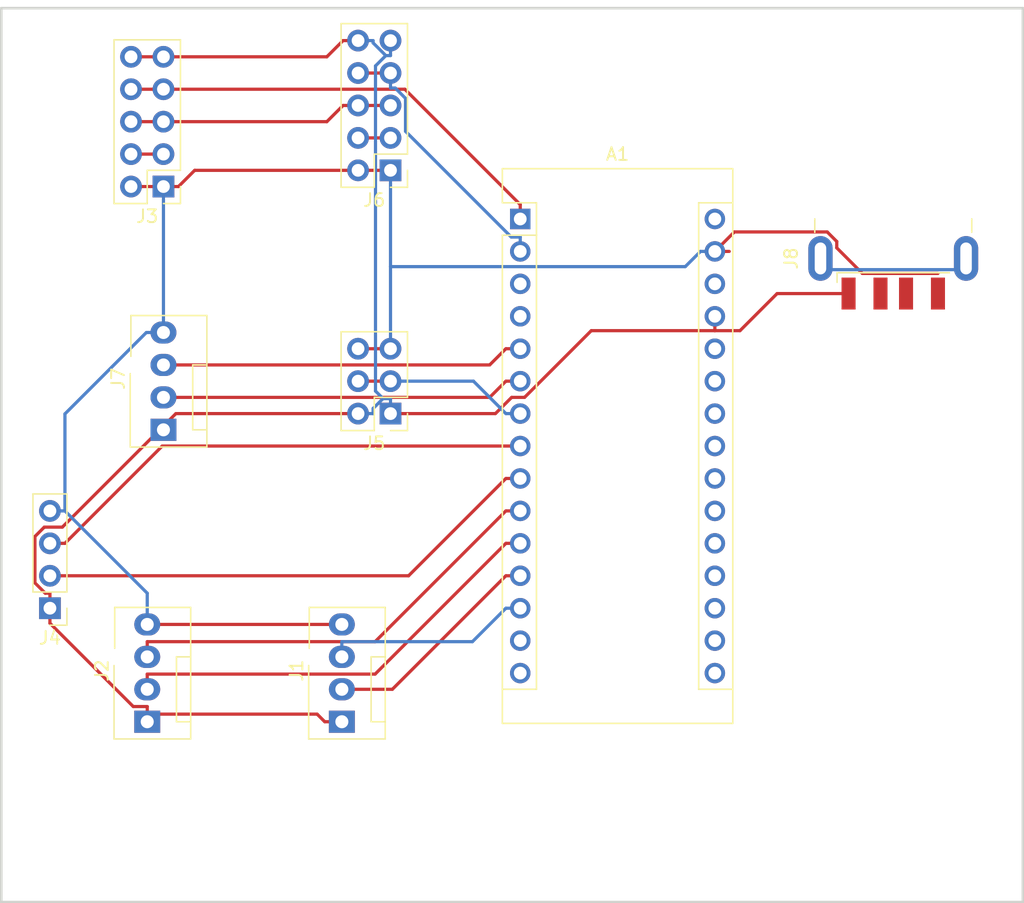
<source format=kicad_pcb>
(kicad_pcb (version 20171130) (host pcbnew "(5.1.8)-1")

  (general
    (thickness 1.6)
    (drawings 4)
    (tracks 121)
    (zones 0)
    (modules 9)
    (nets 37)
  )

  (page A4)
  (layers
    (0 F.Cu signal)
    (31 B.Cu signal)
    (32 B.Adhes user)
    (33 F.Adhes user)
    (34 B.Paste user)
    (35 F.Paste user)
    (36 B.SilkS user)
    (37 F.SilkS user)
    (38 B.Mask user)
    (39 F.Mask user)
    (40 Dwgs.User user)
    (41 Cmts.User user)
    (42 Eco1.User user)
    (43 Eco2.User user)
    (44 Edge.Cuts user)
    (45 Margin user)
    (46 B.CrtYd user)
    (47 F.CrtYd user)
    (48 B.Fab user)
    (49 F.Fab user)
  )

  (setup
    (last_trace_width 0.25)
    (trace_clearance 0.2)
    (zone_clearance 0.508)
    (zone_45_only no)
    (trace_min 0.2)
    (via_size 0.8)
    (via_drill 0.4)
    (via_min_size 0.4)
    (via_min_drill 0.3)
    (uvia_size 0.3)
    (uvia_drill 0.1)
    (uvias_allowed no)
    (uvia_min_size 0.2)
    (uvia_min_drill 0.1)
    (edge_width 0.05)
    (segment_width 0.2)
    (pcb_text_width 0.3)
    (pcb_text_size 1.5 1.5)
    (mod_edge_width 0.12)
    (mod_text_size 1 1)
    (mod_text_width 0.15)
    (pad_size 1.524 1.524)
    (pad_drill 0.762)
    (pad_to_mask_clearance 0)
    (aux_axis_origin 0 0)
    (visible_elements 7FFFFFFF)
    (pcbplotparams
      (layerselection 0x010fc_ffffffff)
      (usegerberextensions false)
      (usegerberattributes true)
      (usegerberadvancedattributes true)
      (creategerberjobfile true)
      (excludeedgelayer true)
      (linewidth 0.100000)
      (plotframeref false)
      (viasonmask false)
      (mode 1)
      (useauxorigin false)
      (hpglpennumber 1)
      (hpglpenspeed 20)
      (hpglpendiameter 15.000000)
      (psnegative false)
      (psa4output false)
      (plotreference true)
      (plotvalue true)
      (plotinvisibletext false)
      (padsonsilk false)
      (subtractmaskfromsilk false)
      (outputformat 1)
      (mirror false)
      (drillshape 1)
      (scaleselection 1)
      (outputdirectory ""))
  )

  (net 0 "")
  (net 1 "Net-(A1-Pad16)")
  (net 2 "Net-(A1-Pad15)")
  (net 3 "Net-(A1-Pad30)")
  (net 4 "Net-(A1-Pad14)")
  (net 5 GND)
  (net 6 "Net-(A1-Pad13)")
  (net 7 "Net-(A1-Pad28)")
  (net 8 "Net-(A1-Pad12)")
  (net 9 VCC)
  (net 10 "Net-(A1-Pad11)")
  (net 11 "Net-(A1-Pad26)")
  (net 12 "Net-(A1-Pad10)")
  (net 13 "Net-(A1-Pad25)")
  (net 14 "Net-(A1-Pad9)")
  (net 15 "Net-(A1-Pad24)")
  (net 16 "Net-(A1-Pad8)")
  (net 17 "Net-(A1-Pad23)")
  (net 18 "Net-(A1-Pad7)")
  (net 19 "Net-(A1-Pad22)")
  (net 20 "Net-(A1-Pad6)")
  (net 21 "Net-(A1-Pad21)")
  (net 22 "Net-(A1-Pad5)")
  (net 23 "Net-(A1-Pad20)")
  (net 24 "Net-(A1-Pad4)")
  (net 25 "Net-(A1-Pad19)")
  (net 26 "Net-(A1-Pad3)")
  (net 27 "Net-(A1-Pad18)")
  (net 28 "Net-(A1-Pad2)")
  (net 29 "Net-(A1-Pad17)")
  (net 30 "Net-(A1-Pad1)")
  (net 31 "Net-(J3-Pad5)")
  (net 32 "Net-(J3-Pad3)")
  (net 33 "Net-(J6-Pad3)")
  (net 34 "Net-(J8-Pad5)")
  (net 35 "Net-(J8-Pad3)")
  (net 36 "Net-(J8-Pad2)")

  (net_class Default "This is the default net class."
    (clearance 0.2)
    (trace_width 0.25)
    (via_dia 0.8)
    (via_drill 0.4)
    (uvia_dia 0.3)
    (uvia_drill 0.1)
    (add_net GND)
    (add_net "Net-(A1-Pad1)")
    (add_net "Net-(A1-Pad10)")
    (add_net "Net-(A1-Pad11)")
    (add_net "Net-(A1-Pad12)")
    (add_net "Net-(A1-Pad13)")
    (add_net "Net-(A1-Pad14)")
    (add_net "Net-(A1-Pad15)")
    (add_net "Net-(A1-Pad16)")
    (add_net "Net-(A1-Pad17)")
    (add_net "Net-(A1-Pad18)")
    (add_net "Net-(A1-Pad19)")
    (add_net "Net-(A1-Pad2)")
    (add_net "Net-(A1-Pad20)")
    (add_net "Net-(A1-Pad21)")
    (add_net "Net-(A1-Pad22)")
    (add_net "Net-(A1-Pad23)")
    (add_net "Net-(A1-Pad24)")
    (add_net "Net-(A1-Pad25)")
    (add_net "Net-(A1-Pad26)")
    (add_net "Net-(A1-Pad28)")
    (add_net "Net-(A1-Pad3)")
    (add_net "Net-(A1-Pad30)")
    (add_net "Net-(A1-Pad4)")
    (add_net "Net-(A1-Pad5)")
    (add_net "Net-(A1-Pad6)")
    (add_net "Net-(A1-Pad7)")
    (add_net "Net-(A1-Pad8)")
    (add_net "Net-(A1-Pad9)")
    (add_net "Net-(J3-Pad3)")
    (add_net "Net-(J3-Pad5)")
    (add_net "Net-(J6-Pad3)")
    (add_net "Net-(J8-Pad2)")
    (add_net "Net-(J8-Pad3)")
    (add_net "Net-(J8-Pad5)")
    (add_net VCC)
  )

  (module Connector_USB:USB_A_CNCTech_1001-011-01101_Horizontal (layer F.Cu) (tedit 5E754393) (tstamp 5FC1803B)
    (at 193.04 101.6 90)
    (descr "USB type A Plug, Horizontal, http://cnctech.us/pdfs/1001-011-01101.pdf")
    (tags USB-A)
    (path /5F89D42E)
    (attr smd)
    (fp_text reference J8 (at -6.9 -8 90) (layer F.SilkS)
      (effects (font (size 1 1) (thickness 0.15)))
    )
    (fp_text value USB_B (at 0 8 270) (layer F.Fab)
      (effects (font (size 1 1) (thickness 0.15)))
    )
    (fp_line (start -7.25 -4) (end -7.25 -3.05) (layer F.Fab) (width 0.1))
    (fp_line (start -7.75 -3.5) (end -7.25 -4) (layer F.Fab) (width 0.1))
    (fp_line (start -7.75 -3.5) (end -7.25 -3) (layer F.Fab) (width 0.1))
    (fp_line (start -8.02 -4.4) (end -8.775 -4.4) (layer F.SilkS) (width 0.12))
    (fp_line (start -11.4 4.55) (end -9.15 4.55) (layer F.CrtYd) (width 0.05))
    (fp_line (start -9.15 4.55) (end -9.15 7.15) (layer F.CrtYd) (width 0.05))
    (fp_line (start -9.15 7.15) (end -4.65 7.15) (layer F.CrtYd) (width 0.05))
    (fp_line (start -4.65 7.15) (end -4.65 6.52) (layer F.CrtYd) (width 0.05))
    (fp_line (start -4.65 6.52) (end 11.4 6.52) (layer F.CrtYd) (width 0.05))
    (fp_line (start 11.4 6.52) (end 11.4 -6.52) (layer F.CrtYd) (width 0.05))
    (fp_line (start -4.65 -6.52) (end 11.4 -6.52) (layer F.CrtYd) (width 0.05))
    (fp_line (start -4.65 -6.52) (end -4.65 -7.15) (layer F.CrtYd) (width 0.05))
    (fp_line (start -9.15 -7.15) (end -4.65 -7.15) (layer F.CrtYd) (width 0.05))
    (fp_line (start -9.15 -7.15) (end -9.15 -4.55) (layer F.CrtYd) (width 0.05))
    (fp_line (start -11.4 -4.55) (end -9.15 -4.55) (layer F.CrtYd) (width 0.05))
    (fp_line (start -11.4 4.55) (end -11.4 -4.55) (layer F.CrtYd) (width 0.05))
    (fp_line (start -4.85 6.145) (end -3.8 6.145) (layer F.SilkS) (width 0.12))
    (fp_line (start -4.85 -6.145) (end -3.8 -6.145) (layer F.SilkS) (width 0.12))
    (fp_line (start -3.8 6.025) (end -3.8 -6.025) (layer Dwgs.User) (width 0.1))
    (fp_line (start -8.02 -4.4) (end -8.02 4.4) (layer F.SilkS) (width 0.12))
    (fp_circle (center -6.9 2.3) (end -6.9 2.8) (layer F.Fab) (width 0.1))
    (fp_circle (center -6.9 -2.3) (end -6.9 -2.8) (layer F.Fab) (width 0.1))
    (fp_line (start -10.4 -3.25) (end -7.9 -3.25) (layer F.Fab) (width 0.1))
    (fp_line (start -10.4 -3.25) (end -10.4 -3.75) (layer F.Fab) (width 0.1))
    (fp_line (start -10.4 -3.75) (end -7.9 -3.75) (layer F.Fab) (width 0.1))
    (fp_line (start -10.4 -1.25) (end -7.9 -1.25) (layer F.Fab) (width 0.1))
    (fp_line (start -10.4 -0.75) (end -7.9 -0.75) (layer F.Fab) (width 0.1))
    (fp_line (start -10.4 -0.75) (end -10.4 -1.25) (layer F.Fab) (width 0.1))
    (fp_line (start -10.4 1.25) (end -7.9 1.25) (layer F.Fab) (width 0.1))
    (fp_line (start -10.4 1.25) (end -10.4 0.75) (layer F.Fab) (width 0.1))
    (fp_line (start -10.4 0.75) (end -7.9 0.75) (layer F.Fab) (width 0.1))
    (fp_line (start -10.4 3.75) (end -7.9 3.75) (layer F.Fab) (width 0.1))
    (fp_line (start -10.4 3.25) (end -7.9 3.25) (layer F.Fab) (width 0.1))
    (fp_line (start -10.4 3.75) (end -10.4 3.25) (layer F.Fab) (width 0.1))
    (fp_line (start 10.9 6.025) (end 10.9 -6.025) (layer F.Fab) (width 0.1))
    (fp_line (start -7.9 6.025) (end 10.9 6.025) (layer F.Fab) (width 0.1))
    (fp_line (start -7.9 -6.025) (end 10.9 -6.025) (layer F.Fab) (width 0.1))
    (fp_line (start -7.9 6.025) (end -7.9 -6.025) (layer F.Fab) (width 0.1))
    (fp_text user %R (at -6 0) (layer F.Fab)
      (effects (font (size 1 1) (thickness 0.15)))
    )
    (fp_text user "PCB Edge" (at -4.55 -0.05) (layer Dwgs.User)
      (effects (font (size 0.6 0.6) (thickness 0.09)))
    )
    (pad "" np_thru_hole circle (at -6.9 2.3 90) (size 1.1 1.1) (drill 1.1) (layers *.Cu *.Mask))
    (pad "" np_thru_hole circle (at -6.9 -2.3 90) (size 1.1 1.1) (drill 1.1) (layers *.Cu *.Mask))
    (pad 5 thru_hole oval (at -6.9 5.7 90) (size 3.5 1.9) (drill oval 2.5 0.9) (layers *.Cu *.Mask)
      (net 34 "Net-(J8-Pad5)"))
    (pad 5 thru_hole oval (at -6.9 -5.7 90) (size 3.5 1.9) (drill oval 2.5 0.9) (layers *.Cu *.Mask)
      (net 34 "Net-(J8-Pad5)"))
    (pad 4 smd rect (at -9.65 3.5 90) (size 2.5 1.1) (layers F.Cu F.Paste F.Mask)
      (net 5 GND))
    (pad 1 smd rect (at -9.65 -3.5 90) (size 2.5 1.1) (layers F.Cu F.Paste F.Mask)
      (net 9 VCC))
    (pad 3 smd rect (at -9.65 1 90) (size 2.5 1.1) (layers F.Cu F.Paste F.Mask)
      (net 35 "Net-(J8-Pad3)"))
    (pad 2 smd rect (at -9.65 -1 90) (size 2.5 1.1) (layers F.Cu F.Paste F.Mask)
      (net 36 "Net-(J8-Pad2)"))
    (model ${KISYS3DMOD}/Connector_USB.3dshapes/USB_A_CNCTech_1001-011-01101_Horizontal.wrl
      (at (xyz 0 0 0))
      (scale (xyz 1 1 1))
      (rotate (xyz 0 0 0))
    )
  )

  (module Connector:FanPinHeader_1x04_P2.54mm_Vertical (layer F.Cu) (tedit 5A19DE55) (tstamp 5FC18007)
    (at 135.89 121.92 90)
    (descr "4-pin CPU fan Through hole pin header, e.g. for Wieson part number 2366C888-007 Molex 47053-1000, Foxconn HF27040-M1, Tyco 1470947-1 or equivalent, see http://www.formfactors.org/developer%5Cspecs%5Crev1_2_public.pdf")
    (tags "pin header 4-pin CPU fan")
    (path /5F8A4E81)
    (fp_text reference J7 (at 4 -3.55 90) (layer F.SilkS)
      (effects (font (size 1 1) (thickness 0.15)))
    )
    (fp_text value U1 (at 4.05 4.35 90) (layer F.Fab)
      (effects (font (size 1 1) (thickness 0.15)))
    )
    (fp_line (start 9.35 -3.2) (end 9.35 3.8) (layer F.CrtYd) (width 0.05))
    (fp_line (start 9.35 -3.2) (end -1.75 -3.2) (layer F.CrtYd) (width 0.05))
    (fp_line (start -1.75 3.8) (end 9.35 3.8) (layer F.CrtYd) (width 0.05))
    (fp_line (start -1.75 3.8) (end -1.75 -3.2) (layer F.CrtYd) (width 0.05))
    (fp_line (start 5.08 2.29) (end 5.08 3.3) (layer F.SilkS) (width 0.12))
    (fp_line (start 0 2.29) (end 5.08 2.29) (layer F.SilkS) (width 0.12))
    (fp_line (start 0 3.3) (end 0 2.29) (layer F.SilkS) (width 0.12))
    (fp_line (start -1.25 -2.5) (end 4.4 -2.5) (layer F.Fab) (width 0.1))
    (fp_line (start -1.25 3.3) (end -1.25 -2.5) (layer F.Fab) (width 0.1))
    (fp_line (start -1.2 3.3) (end -1.25 3.3) (layer F.Fab) (width 0.1))
    (fp_line (start 8.85 3.3) (end -1.2 3.3) (layer F.Fab) (width 0.1))
    (fp_line (start 8.85 -2.5) (end 8.85 3.3) (layer F.Fab) (width 0.1))
    (fp_line (start 5.75 -2.5) (end 8.85 -2.5) (layer F.Fab) (width 0.1))
    (fp_line (start 0 2.3) (end 0 3.3) (layer F.Fab) (width 0.1))
    (fp_line (start 5.1 2.3) (end 0 2.3) (layer F.Fab) (width 0.1))
    (fp_line (start 5.1 3.3) (end 5.1 2.3) (layer F.Fab) (width 0.1))
    (fp_line (start -1.35 3.4) (end -1.35 -2.6) (layer F.SilkS) (width 0.12))
    (fp_line (start 8.95 3.4) (end -1.35 3.4) (layer F.SilkS) (width 0.12))
    (fp_line (start 8.95 -2.55) (end 8.95 3.4) (layer F.SilkS) (width 0.12))
    (fp_line (start 5.75 -2.55) (end 8.95 -2.55) (layer F.SilkS) (width 0.12))
    (fp_line (start -1.35 -2.6) (end 4.4 -2.6) (layer F.SilkS) (width 0.12))
    (fp_text user %R (at 1.85 -1.75 90) (layer F.Fab)
      (effects (font (size 1 1) (thickness 0.15)))
    )
    (pad "" np_thru_hole circle (at 5.08 -2.16 180) (size 1.1 1.1) (drill 1.1) (layers *.Cu *.Mask))
    (pad 4 thru_hole oval (at 7.62 0 180) (size 2.03 1.73) (drill 1.02) (layers *.Cu *.Mask)
      (net 5 GND))
    (pad 3 thru_hole oval (at 5.08 0 180) (size 2.03 1.73) (drill 1.02) (layers *.Cu *.Mask)
      (net 22 "Net-(A1-Pad5)"))
    (pad 2 thru_hole oval (at 2.54 0 180) (size 2.03 1.73) (drill 1.02) (layers *.Cu *.Mask)
      (net 20 "Net-(A1-Pad6)"))
    (pad 1 thru_hole rect (at 0 0 180) (size 2.03 1.73) (drill 1.02) (layers *.Cu *.Mask)
      (net 9 VCC))
    (model ${KISYS3DMOD}/Connector.3dshapes/FanPinHeader_1x04_P2.54mm_Vertical.wrl
      (at (xyz 0 0 0))
      (scale (xyz 1 1 1))
      (rotate (xyz 0 0 0))
    )
  )

  (module Connector_PinHeader_2.54mm:PinHeader_2x05_P2.54mm_Vertical (layer F.Cu) (tedit 59FED5CC) (tstamp 5FC17FE8)
    (at 153.67 101.6 180)
    (descr "Through hole straight pin header, 2x05, 2.54mm pitch, double rows")
    (tags "Through hole pin header THT 2x05 2.54mm double row")
    (path /5F89B987)
    (fp_text reference J6 (at 1.27 -2.33) (layer F.SilkS)
      (effects (font (size 1 1) (thickness 0.15)))
    )
    (fp_text value Conn_02x05_Odd_Even (at 1.27 12.49) (layer F.Fab)
      (effects (font (size 1 1) (thickness 0.15)))
    )
    (fp_line (start 4.35 -1.8) (end -1.8 -1.8) (layer F.CrtYd) (width 0.05))
    (fp_line (start 4.35 11.95) (end 4.35 -1.8) (layer F.CrtYd) (width 0.05))
    (fp_line (start -1.8 11.95) (end 4.35 11.95) (layer F.CrtYd) (width 0.05))
    (fp_line (start -1.8 -1.8) (end -1.8 11.95) (layer F.CrtYd) (width 0.05))
    (fp_line (start -1.33 -1.33) (end 0 -1.33) (layer F.SilkS) (width 0.12))
    (fp_line (start -1.33 0) (end -1.33 -1.33) (layer F.SilkS) (width 0.12))
    (fp_line (start 1.27 -1.33) (end 3.87 -1.33) (layer F.SilkS) (width 0.12))
    (fp_line (start 1.27 1.27) (end 1.27 -1.33) (layer F.SilkS) (width 0.12))
    (fp_line (start -1.33 1.27) (end 1.27 1.27) (layer F.SilkS) (width 0.12))
    (fp_line (start 3.87 -1.33) (end 3.87 11.49) (layer F.SilkS) (width 0.12))
    (fp_line (start -1.33 1.27) (end -1.33 11.49) (layer F.SilkS) (width 0.12))
    (fp_line (start -1.33 11.49) (end 3.87 11.49) (layer F.SilkS) (width 0.12))
    (fp_line (start -1.27 0) (end 0 -1.27) (layer F.Fab) (width 0.1))
    (fp_line (start -1.27 11.43) (end -1.27 0) (layer F.Fab) (width 0.1))
    (fp_line (start 3.81 11.43) (end -1.27 11.43) (layer F.Fab) (width 0.1))
    (fp_line (start 3.81 -1.27) (end 3.81 11.43) (layer F.Fab) (width 0.1))
    (fp_line (start 0 -1.27) (end 3.81 -1.27) (layer F.Fab) (width 0.1))
    (fp_text user %R (at 1.27 5.08 90) (layer F.Fab)
      (effects (font (size 1 1) (thickness 0.15)))
    )
    (pad 10 thru_hole oval (at 2.54 10.16 180) (size 1.7 1.7) (drill 1) (layers *.Cu *.Mask)
      (net 9 VCC))
    (pad 9 thru_hole oval (at 0 10.16 180) (size 1.7 1.7) (drill 1) (layers *.Cu *.Mask)
      (net 9 VCC))
    (pad 8 thru_hole oval (at 2.54 7.62 180) (size 1.7 1.7) (drill 1) (layers *.Cu *.Mask)
      (net 28 "Net-(A1-Pad2)"))
    (pad 7 thru_hole oval (at 0 7.62 180) (size 1.7 1.7) (drill 1) (layers *.Cu *.Mask)
      (net 28 "Net-(A1-Pad2)"))
    (pad 6 thru_hole oval (at 2.54 5.08 180) (size 1.7 1.7) (drill 1) (layers *.Cu *.Mask)
      (net 31 "Net-(J3-Pad5)"))
    (pad 5 thru_hole oval (at 0 5.08 180) (size 1.7 1.7) (drill 1) (layers *.Cu *.Mask)
      (net 31 "Net-(J3-Pad5)"))
    (pad 4 thru_hole oval (at 2.54 2.54 180) (size 1.7 1.7) (drill 1) (layers *.Cu *.Mask)
      (net 33 "Net-(J6-Pad3)"))
    (pad 3 thru_hole oval (at 0 2.54 180) (size 1.7 1.7) (drill 1) (layers *.Cu *.Mask)
      (net 33 "Net-(J6-Pad3)"))
    (pad 2 thru_hole oval (at 2.54 0 180) (size 1.7 1.7) (drill 1) (layers *.Cu *.Mask)
      (net 5 GND))
    (pad 1 thru_hole rect (at 0 0 180) (size 1.7 1.7) (drill 1) (layers *.Cu *.Mask)
      (net 5 GND))
    (model ${KISYS3DMOD}/Connector_PinHeader_2.54mm.3dshapes/PinHeader_2x05_P2.54mm_Vertical.wrl
      (at (xyz 0 0 0))
      (scale (xyz 1 1 1))
      (rotate (xyz 0 0 0))
    )
  )

  (module Connector_PinHeader_2.54mm:PinHeader_2x03_P2.54mm_Vertical (layer F.Cu) (tedit 59FED5CC) (tstamp 5FC17FC8)
    (at 153.67 120.65 180)
    (descr "Through hole straight pin header, 2x03, 2.54mm pitch, double rows")
    (tags "Through hole pin header THT 2x03 2.54mm double row")
    (path /5F8A6E1C)
    (fp_text reference J5 (at 1.27 -2.33) (layer F.SilkS)
      (effects (font (size 1 1) (thickness 0.15)))
    )
    (fp_text value Conn_02x03_Odd_Even (at 1.27 7.41) (layer F.Fab)
      (effects (font (size 1 1) (thickness 0.15)))
    )
    (fp_line (start 4.35 -1.8) (end -1.8 -1.8) (layer F.CrtYd) (width 0.05))
    (fp_line (start 4.35 6.85) (end 4.35 -1.8) (layer F.CrtYd) (width 0.05))
    (fp_line (start -1.8 6.85) (end 4.35 6.85) (layer F.CrtYd) (width 0.05))
    (fp_line (start -1.8 -1.8) (end -1.8 6.85) (layer F.CrtYd) (width 0.05))
    (fp_line (start -1.33 -1.33) (end 0 -1.33) (layer F.SilkS) (width 0.12))
    (fp_line (start -1.33 0) (end -1.33 -1.33) (layer F.SilkS) (width 0.12))
    (fp_line (start 1.27 -1.33) (end 3.87 -1.33) (layer F.SilkS) (width 0.12))
    (fp_line (start 1.27 1.27) (end 1.27 -1.33) (layer F.SilkS) (width 0.12))
    (fp_line (start -1.33 1.27) (end 1.27 1.27) (layer F.SilkS) (width 0.12))
    (fp_line (start 3.87 -1.33) (end 3.87 6.41) (layer F.SilkS) (width 0.12))
    (fp_line (start -1.33 1.27) (end -1.33 6.41) (layer F.SilkS) (width 0.12))
    (fp_line (start -1.33 6.41) (end 3.87 6.41) (layer F.SilkS) (width 0.12))
    (fp_line (start -1.27 0) (end 0 -1.27) (layer F.Fab) (width 0.1))
    (fp_line (start -1.27 6.35) (end -1.27 0) (layer F.Fab) (width 0.1))
    (fp_line (start 3.81 6.35) (end -1.27 6.35) (layer F.Fab) (width 0.1))
    (fp_line (start 3.81 -1.27) (end 3.81 6.35) (layer F.Fab) (width 0.1))
    (fp_line (start 0 -1.27) (end 3.81 -1.27) (layer F.Fab) (width 0.1))
    (fp_text user %R (at 1.27 2.54 90) (layer F.Fab)
      (effects (font (size 1 1) (thickness 0.15)))
    )
    (pad 6 thru_hole oval (at 2.54 5.08 180) (size 1.7 1.7) (drill 1) (layers *.Cu *.Mask)
      (net 5 GND))
    (pad 5 thru_hole oval (at 0 5.08 180) (size 1.7 1.7) (drill 1) (layers *.Cu *.Mask)
      (net 5 GND))
    (pad 4 thru_hole oval (at 2.54 2.54 180) (size 1.7 1.7) (drill 1) (layers *.Cu *.Mask)
      (net 18 "Net-(A1-Pad7)"))
    (pad 3 thru_hole oval (at 0 2.54 180) (size 1.7 1.7) (drill 1) (layers *.Cu *.Mask)
      (net 18 "Net-(A1-Pad7)"))
    (pad 2 thru_hole oval (at 2.54 0 180) (size 1.7 1.7) (drill 1) (layers *.Cu *.Mask)
      (net 9 VCC))
    (pad 1 thru_hole rect (at 0 0 180) (size 1.7 1.7) (drill 1) (layers *.Cu *.Mask)
      (net 9 VCC))
    (model ${KISYS3DMOD}/Connector_PinHeader_2.54mm.3dshapes/PinHeader_2x03_P2.54mm_Vertical.wrl
      (at (xyz 0 0 0))
      (scale (xyz 1 1 1))
      (rotate (xyz 0 0 0))
    )
  )

  (module Connector_PinHeader_2.54mm:PinHeader_1x04_P2.54mm_Vertical (layer F.Cu) (tedit 59FED5CC) (tstamp 5FC17FAC)
    (at 127 135.89 180)
    (descr "Through hole straight pin header, 1x04, 2.54mm pitch, single row")
    (tags "Through hole pin header THT 1x04 2.54mm single row")
    (path /5F8A5392)
    (fp_text reference J4 (at 0 -2.33) (layer F.SilkS)
      (effects (font (size 1 1) (thickness 0.15)))
    )
    (fp_text value U2 (at 0 9.95) (layer F.Fab)
      (effects (font (size 1 1) (thickness 0.15)))
    )
    (fp_line (start 1.8 -1.8) (end -1.8 -1.8) (layer F.CrtYd) (width 0.05))
    (fp_line (start 1.8 9.4) (end 1.8 -1.8) (layer F.CrtYd) (width 0.05))
    (fp_line (start -1.8 9.4) (end 1.8 9.4) (layer F.CrtYd) (width 0.05))
    (fp_line (start -1.8 -1.8) (end -1.8 9.4) (layer F.CrtYd) (width 0.05))
    (fp_line (start -1.33 -1.33) (end 0 -1.33) (layer F.SilkS) (width 0.12))
    (fp_line (start -1.33 0) (end -1.33 -1.33) (layer F.SilkS) (width 0.12))
    (fp_line (start -1.33 1.27) (end 1.33 1.27) (layer F.SilkS) (width 0.12))
    (fp_line (start 1.33 1.27) (end 1.33 8.95) (layer F.SilkS) (width 0.12))
    (fp_line (start -1.33 1.27) (end -1.33 8.95) (layer F.SilkS) (width 0.12))
    (fp_line (start -1.33 8.95) (end 1.33 8.95) (layer F.SilkS) (width 0.12))
    (fp_line (start -1.27 -0.635) (end -0.635 -1.27) (layer F.Fab) (width 0.1))
    (fp_line (start -1.27 8.89) (end -1.27 -0.635) (layer F.Fab) (width 0.1))
    (fp_line (start 1.27 8.89) (end -1.27 8.89) (layer F.Fab) (width 0.1))
    (fp_line (start 1.27 -1.27) (end 1.27 8.89) (layer F.Fab) (width 0.1))
    (fp_line (start -0.635 -1.27) (end 1.27 -1.27) (layer F.Fab) (width 0.1))
    (fp_text user %R (at 0 3.81 90) (layer F.Fab)
      (effects (font (size 1 1) (thickness 0.15)))
    )
    (pad 4 thru_hole oval (at 0 7.62 180) (size 1.7 1.7) (drill 1) (layers *.Cu *.Mask)
      (net 5 GND))
    (pad 3 thru_hole oval (at 0 5.08 180) (size 1.7 1.7) (drill 1) (layers *.Cu *.Mask)
      (net 16 "Net-(A1-Pad8)"))
    (pad 2 thru_hole oval (at 0 2.54 180) (size 1.7 1.7) (drill 1) (layers *.Cu *.Mask)
      (net 14 "Net-(A1-Pad9)"))
    (pad 1 thru_hole rect (at 0 0 180) (size 1.7 1.7) (drill 1) (layers *.Cu *.Mask)
      (net 9 VCC))
    (model ${KISYS3DMOD}/Connector_PinHeader_2.54mm.3dshapes/PinHeader_1x04_P2.54mm_Vertical.wrl
      (at (xyz 0 0 0))
      (scale (xyz 1 1 1))
      (rotate (xyz 0 0 0))
    )
  )

  (module Connector_PinHeader_2.54mm:PinHeader_2x05_P2.54mm_Vertical (layer F.Cu) (tedit 59FED5CC) (tstamp 5FC17F94)
    (at 135.89 102.87 180)
    (descr "Through hole straight pin header, 2x05, 2.54mm pitch, double rows")
    (tags "Through hole pin header THT 2x05 2.54mm double row")
    (path /5F89ABE1)
    (fp_text reference J3 (at 1.27 -2.33) (layer F.SilkS)
      (effects (font (size 1 1) (thickness 0.15)))
    )
    (fp_text value Conn_02x05_Odd_Even (at 1.27 12.49) (layer F.Fab)
      (effects (font (size 1 1) (thickness 0.15)))
    )
    (fp_line (start 4.35 -1.8) (end -1.8 -1.8) (layer F.CrtYd) (width 0.05))
    (fp_line (start 4.35 11.95) (end 4.35 -1.8) (layer F.CrtYd) (width 0.05))
    (fp_line (start -1.8 11.95) (end 4.35 11.95) (layer F.CrtYd) (width 0.05))
    (fp_line (start -1.8 -1.8) (end -1.8 11.95) (layer F.CrtYd) (width 0.05))
    (fp_line (start -1.33 -1.33) (end 0 -1.33) (layer F.SilkS) (width 0.12))
    (fp_line (start -1.33 0) (end -1.33 -1.33) (layer F.SilkS) (width 0.12))
    (fp_line (start 1.27 -1.33) (end 3.87 -1.33) (layer F.SilkS) (width 0.12))
    (fp_line (start 1.27 1.27) (end 1.27 -1.33) (layer F.SilkS) (width 0.12))
    (fp_line (start -1.33 1.27) (end 1.27 1.27) (layer F.SilkS) (width 0.12))
    (fp_line (start 3.87 -1.33) (end 3.87 11.49) (layer F.SilkS) (width 0.12))
    (fp_line (start -1.33 1.27) (end -1.33 11.49) (layer F.SilkS) (width 0.12))
    (fp_line (start -1.33 11.49) (end 3.87 11.49) (layer F.SilkS) (width 0.12))
    (fp_line (start -1.27 0) (end 0 -1.27) (layer F.Fab) (width 0.1))
    (fp_line (start -1.27 11.43) (end -1.27 0) (layer F.Fab) (width 0.1))
    (fp_line (start 3.81 11.43) (end -1.27 11.43) (layer F.Fab) (width 0.1))
    (fp_line (start 3.81 -1.27) (end 3.81 11.43) (layer F.Fab) (width 0.1))
    (fp_line (start 0 -1.27) (end 3.81 -1.27) (layer F.Fab) (width 0.1))
    (fp_text user %R (at 1.27 5.08 90) (layer F.Fab)
      (effects (font (size 1 1) (thickness 0.15)))
    )
    (pad 10 thru_hole oval (at 2.54 10.16 180) (size 1.7 1.7) (drill 1) (layers *.Cu *.Mask)
      (net 9 VCC))
    (pad 9 thru_hole oval (at 0 10.16 180) (size 1.7 1.7) (drill 1) (layers *.Cu *.Mask)
      (net 9 VCC))
    (pad 8 thru_hole oval (at 2.54 7.62 180) (size 1.7 1.7) (drill 1) (layers *.Cu *.Mask)
      (net 30 "Net-(A1-Pad1)"))
    (pad 7 thru_hole oval (at 0 7.62 180) (size 1.7 1.7) (drill 1) (layers *.Cu *.Mask)
      (net 30 "Net-(A1-Pad1)"))
    (pad 6 thru_hole oval (at 2.54 5.08 180) (size 1.7 1.7) (drill 1) (layers *.Cu *.Mask)
      (net 31 "Net-(J3-Pad5)"))
    (pad 5 thru_hole oval (at 0 5.08 180) (size 1.7 1.7) (drill 1) (layers *.Cu *.Mask)
      (net 31 "Net-(J3-Pad5)"))
    (pad 4 thru_hole oval (at 2.54 2.54 180) (size 1.7 1.7) (drill 1) (layers *.Cu *.Mask)
      (net 32 "Net-(J3-Pad3)"))
    (pad 3 thru_hole oval (at 0 2.54 180) (size 1.7 1.7) (drill 1) (layers *.Cu *.Mask)
      (net 32 "Net-(J3-Pad3)"))
    (pad 2 thru_hole oval (at 2.54 0 180) (size 1.7 1.7) (drill 1) (layers *.Cu *.Mask)
      (net 5 GND))
    (pad 1 thru_hole rect (at 0 0 180) (size 1.7 1.7) (drill 1) (layers *.Cu *.Mask)
      (net 5 GND))
    (model ${KISYS3DMOD}/Connector_PinHeader_2.54mm.3dshapes/PinHeader_2x05_P2.54mm_Vertical.wrl
      (at (xyz 0 0 0))
      (scale (xyz 1 1 1))
      (rotate (xyz 0 0 0))
    )
  )

  (module Connector:FanPinHeader_1x04_P2.54mm_Vertical (layer F.Cu) (tedit 5A19DE55) (tstamp 5FC17F74)
    (at 134.62 144.78 90)
    (descr "4-pin CPU fan Through hole pin header, e.g. for Wieson part number 2366C888-007 Molex 47053-1000, Foxconn HF27040-M1, Tyco 1470947-1 or equivalent, see http://www.formfactors.org/developer%5Cspecs%5Crev1_2_public.pdf")
    (tags "pin header 4-pin CPU fan")
    (path /5F8A5C9D)
    (fp_text reference J2 (at 4 -3.55 90) (layer F.SilkS)
      (effects (font (size 1 1) (thickness 0.15)))
    )
    (fp_text value U3 (at 4.05 4.35 90) (layer F.Fab)
      (effects (font (size 1 1) (thickness 0.15)))
    )
    (fp_line (start 9.35 -3.2) (end 9.35 3.8) (layer F.CrtYd) (width 0.05))
    (fp_line (start 9.35 -3.2) (end -1.75 -3.2) (layer F.CrtYd) (width 0.05))
    (fp_line (start -1.75 3.8) (end 9.35 3.8) (layer F.CrtYd) (width 0.05))
    (fp_line (start -1.75 3.8) (end -1.75 -3.2) (layer F.CrtYd) (width 0.05))
    (fp_line (start 5.08 2.29) (end 5.08 3.3) (layer F.SilkS) (width 0.12))
    (fp_line (start 0 2.29) (end 5.08 2.29) (layer F.SilkS) (width 0.12))
    (fp_line (start 0 3.3) (end 0 2.29) (layer F.SilkS) (width 0.12))
    (fp_line (start -1.25 -2.5) (end 4.4 -2.5) (layer F.Fab) (width 0.1))
    (fp_line (start -1.25 3.3) (end -1.25 -2.5) (layer F.Fab) (width 0.1))
    (fp_line (start -1.2 3.3) (end -1.25 3.3) (layer F.Fab) (width 0.1))
    (fp_line (start 8.85 3.3) (end -1.2 3.3) (layer F.Fab) (width 0.1))
    (fp_line (start 8.85 -2.5) (end 8.85 3.3) (layer F.Fab) (width 0.1))
    (fp_line (start 5.75 -2.5) (end 8.85 -2.5) (layer F.Fab) (width 0.1))
    (fp_line (start 0 2.3) (end 0 3.3) (layer F.Fab) (width 0.1))
    (fp_line (start 5.1 2.3) (end 0 2.3) (layer F.Fab) (width 0.1))
    (fp_line (start 5.1 3.3) (end 5.1 2.3) (layer F.Fab) (width 0.1))
    (fp_line (start -1.35 3.4) (end -1.35 -2.6) (layer F.SilkS) (width 0.12))
    (fp_line (start 8.95 3.4) (end -1.35 3.4) (layer F.SilkS) (width 0.12))
    (fp_line (start 8.95 -2.55) (end 8.95 3.4) (layer F.SilkS) (width 0.12))
    (fp_line (start 5.75 -2.55) (end 8.95 -2.55) (layer F.SilkS) (width 0.12))
    (fp_line (start -1.35 -2.6) (end 4.4 -2.6) (layer F.SilkS) (width 0.12))
    (fp_text user %R (at 1.85 -1.75 90) (layer F.Fab)
      (effects (font (size 1 1) (thickness 0.15)))
    )
    (pad "" np_thru_hole circle (at 5.08 -2.16 180) (size 1.1 1.1) (drill 1.1) (layers *.Cu *.Mask))
    (pad 4 thru_hole oval (at 7.62 0 180) (size 2.03 1.73) (drill 1.02) (layers *.Cu *.Mask)
      (net 5 GND))
    (pad 3 thru_hole oval (at 5.08 0 180) (size 2.03 1.73) (drill 1.02) (layers *.Cu *.Mask)
      (net 12 "Net-(A1-Pad10)"))
    (pad 2 thru_hole oval (at 2.54 0 180) (size 2.03 1.73) (drill 1.02) (layers *.Cu *.Mask)
      (net 10 "Net-(A1-Pad11)"))
    (pad 1 thru_hole rect (at 0 0 180) (size 2.03 1.73) (drill 1.02) (layers *.Cu *.Mask)
      (net 9 VCC))
    (model ${KISYS3DMOD}/Connector.3dshapes/FanPinHeader_1x04_P2.54mm_Vertical.wrl
      (at (xyz 0 0 0))
      (scale (xyz 1 1 1))
      (rotate (xyz 0 0 0))
    )
  )

  (module Connector:FanPinHeader_1x04_P2.54mm_Vertical (layer F.Cu) (tedit 5A19DE55) (tstamp 5FC17F55)
    (at 149.86 144.78 90)
    (descr "4-pin CPU fan Through hole pin header, e.g. for Wieson part number 2366C888-007 Molex 47053-1000, Foxconn HF27040-M1, Tyco 1470947-1 or equivalent, see http://www.formfactors.org/developer%5Cspecs%5Crev1_2_public.pdf")
    (tags "pin header 4-pin CPU fan")
    (path /5F8A64B7)
    (fp_text reference J1 (at 4 -3.55 90) (layer F.SilkS)
      (effects (font (size 1 1) (thickness 0.15)))
    )
    (fp_text value U4 (at 4.05 4.35 90) (layer F.Fab)
      (effects (font (size 1 1) (thickness 0.15)))
    )
    (fp_line (start 9.35 -3.2) (end 9.35 3.8) (layer F.CrtYd) (width 0.05))
    (fp_line (start 9.35 -3.2) (end -1.75 -3.2) (layer F.CrtYd) (width 0.05))
    (fp_line (start -1.75 3.8) (end 9.35 3.8) (layer F.CrtYd) (width 0.05))
    (fp_line (start -1.75 3.8) (end -1.75 -3.2) (layer F.CrtYd) (width 0.05))
    (fp_line (start 5.08 2.29) (end 5.08 3.3) (layer F.SilkS) (width 0.12))
    (fp_line (start 0 2.29) (end 5.08 2.29) (layer F.SilkS) (width 0.12))
    (fp_line (start 0 3.3) (end 0 2.29) (layer F.SilkS) (width 0.12))
    (fp_line (start -1.25 -2.5) (end 4.4 -2.5) (layer F.Fab) (width 0.1))
    (fp_line (start -1.25 3.3) (end -1.25 -2.5) (layer F.Fab) (width 0.1))
    (fp_line (start -1.2 3.3) (end -1.25 3.3) (layer F.Fab) (width 0.1))
    (fp_line (start 8.85 3.3) (end -1.2 3.3) (layer F.Fab) (width 0.1))
    (fp_line (start 8.85 -2.5) (end 8.85 3.3) (layer F.Fab) (width 0.1))
    (fp_line (start 5.75 -2.5) (end 8.85 -2.5) (layer F.Fab) (width 0.1))
    (fp_line (start 0 2.3) (end 0 3.3) (layer F.Fab) (width 0.1))
    (fp_line (start 5.1 2.3) (end 0 2.3) (layer F.Fab) (width 0.1))
    (fp_line (start 5.1 3.3) (end 5.1 2.3) (layer F.Fab) (width 0.1))
    (fp_line (start -1.35 3.4) (end -1.35 -2.6) (layer F.SilkS) (width 0.12))
    (fp_line (start 8.95 3.4) (end -1.35 3.4) (layer F.SilkS) (width 0.12))
    (fp_line (start 8.95 -2.55) (end 8.95 3.4) (layer F.SilkS) (width 0.12))
    (fp_line (start 5.75 -2.55) (end 8.95 -2.55) (layer F.SilkS) (width 0.12))
    (fp_line (start -1.35 -2.6) (end 4.4 -2.6) (layer F.SilkS) (width 0.12))
    (fp_text user %R (at 1.85 -1.75 90) (layer F.Fab)
      (effects (font (size 1 1) (thickness 0.15)))
    )
    (pad "" np_thru_hole circle (at 5.08 -2.16 180) (size 1.1 1.1) (drill 1.1) (layers *.Cu *.Mask))
    (pad 4 thru_hole oval (at 7.62 0 180) (size 2.03 1.73) (drill 1.02) (layers *.Cu *.Mask)
      (net 5 GND))
    (pad 3 thru_hole oval (at 5.08 0 180) (size 2.03 1.73) (drill 1.02) (layers *.Cu *.Mask)
      (net 6 "Net-(A1-Pad13)"))
    (pad 2 thru_hole oval (at 2.54 0 180) (size 2.03 1.73) (drill 1.02) (layers *.Cu *.Mask)
      (net 8 "Net-(A1-Pad12)"))
    (pad 1 thru_hole rect (at 0 0 180) (size 2.03 1.73) (drill 1.02) (layers *.Cu *.Mask)
      (net 9 VCC))
    (model ${KISYS3DMOD}/Connector.3dshapes/FanPinHeader_1x04_P2.54mm_Vertical.wrl
      (at (xyz 0 0 0))
      (scale (xyz 1 1 1))
      (rotate (xyz 0 0 0))
    )
  )

  (module Module:Arduino_Nano (layer F.Cu) (tedit 58ACAF70) (tstamp 5FC17F36)
    (at 163.83 105.41)
    (descr "Arduino Nano, http://www.mouser.com/pdfdocs/Gravitech_Arduino_Nano3_0.pdf")
    (tags "Arduino Nano")
    (path /5F89FA0E)
    (fp_text reference A1 (at 7.62 -5.08) (layer F.SilkS)
      (effects (font (size 1 1) (thickness 0.15)))
    )
    (fp_text value Arduino_Nano_v3.x (at 8.89 19.05 90) (layer F.Fab)
      (effects (font (size 1 1) (thickness 0.15)))
    )
    (fp_line (start 16.75 42.16) (end -1.53 42.16) (layer F.CrtYd) (width 0.05))
    (fp_line (start 16.75 42.16) (end 16.75 -4.06) (layer F.CrtYd) (width 0.05))
    (fp_line (start -1.53 -4.06) (end -1.53 42.16) (layer F.CrtYd) (width 0.05))
    (fp_line (start -1.53 -4.06) (end 16.75 -4.06) (layer F.CrtYd) (width 0.05))
    (fp_line (start 16.51 -3.81) (end 16.51 39.37) (layer F.Fab) (width 0.1))
    (fp_line (start 0 -3.81) (end 16.51 -3.81) (layer F.Fab) (width 0.1))
    (fp_line (start -1.27 -2.54) (end 0 -3.81) (layer F.Fab) (width 0.1))
    (fp_line (start -1.27 39.37) (end -1.27 -2.54) (layer F.Fab) (width 0.1))
    (fp_line (start 16.51 39.37) (end -1.27 39.37) (layer F.Fab) (width 0.1))
    (fp_line (start 16.64 -3.94) (end -1.4 -3.94) (layer F.SilkS) (width 0.12))
    (fp_line (start 16.64 39.5) (end 16.64 -3.94) (layer F.SilkS) (width 0.12))
    (fp_line (start -1.4 39.5) (end 16.64 39.5) (layer F.SilkS) (width 0.12))
    (fp_line (start 3.81 41.91) (end 3.81 31.75) (layer F.Fab) (width 0.1))
    (fp_line (start 11.43 41.91) (end 3.81 41.91) (layer F.Fab) (width 0.1))
    (fp_line (start 11.43 31.75) (end 11.43 41.91) (layer F.Fab) (width 0.1))
    (fp_line (start 3.81 31.75) (end 11.43 31.75) (layer F.Fab) (width 0.1))
    (fp_line (start 1.27 36.83) (end -1.4 36.83) (layer F.SilkS) (width 0.12))
    (fp_line (start 1.27 1.27) (end 1.27 36.83) (layer F.SilkS) (width 0.12))
    (fp_line (start 1.27 1.27) (end -1.4 1.27) (layer F.SilkS) (width 0.12))
    (fp_line (start 13.97 36.83) (end 16.64 36.83) (layer F.SilkS) (width 0.12))
    (fp_line (start 13.97 -1.27) (end 13.97 36.83) (layer F.SilkS) (width 0.12))
    (fp_line (start 13.97 -1.27) (end 16.64 -1.27) (layer F.SilkS) (width 0.12))
    (fp_line (start -1.4 -3.94) (end -1.4 -1.27) (layer F.SilkS) (width 0.12))
    (fp_line (start -1.4 1.27) (end -1.4 39.5) (layer F.SilkS) (width 0.12))
    (fp_line (start 1.27 -1.27) (end -1.4 -1.27) (layer F.SilkS) (width 0.12))
    (fp_line (start 1.27 1.27) (end 1.27 -1.27) (layer F.SilkS) (width 0.12))
    (fp_text user %R (at 6.35 19.05 90) (layer F.Fab)
      (effects (font (size 1 1) (thickness 0.15)))
    )
    (pad 16 thru_hole oval (at 15.24 35.56) (size 1.6 1.6) (drill 1) (layers *.Cu *.Mask)
      (net 1 "Net-(A1-Pad16)"))
    (pad 15 thru_hole oval (at 0 35.56) (size 1.6 1.6) (drill 1) (layers *.Cu *.Mask)
      (net 2 "Net-(A1-Pad15)"))
    (pad 30 thru_hole oval (at 15.24 0) (size 1.6 1.6) (drill 1) (layers *.Cu *.Mask)
      (net 3 "Net-(A1-Pad30)"))
    (pad 14 thru_hole oval (at 0 33.02) (size 1.6 1.6) (drill 1) (layers *.Cu *.Mask)
      (net 4 "Net-(A1-Pad14)"))
    (pad 29 thru_hole oval (at 15.24 2.54) (size 1.6 1.6) (drill 1) (layers *.Cu *.Mask)
      (net 5 GND))
    (pad 13 thru_hole oval (at 0 30.48) (size 1.6 1.6) (drill 1) (layers *.Cu *.Mask)
      (net 6 "Net-(A1-Pad13)"))
    (pad 28 thru_hole oval (at 15.24 5.08) (size 1.6 1.6) (drill 1) (layers *.Cu *.Mask)
      (net 7 "Net-(A1-Pad28)"))
    (pad 12 thru_hole oval (at 0 27.94) (size 1.6 1.6) (drill 1) (layers *.Cu *.Mask)
      (net 8 "Net-(A1-Pad12)"))
    (pad 27 thru_hole oval (at 15.24 7.62) (size 1.6 1.6) (drill 1) (layers *.Cu *.Mask)
      (net 9 VCC))
    (pad 11 thru_hole oval (at 0 25.4) (size 1.6 1.6) (drill 1) (layers *.Cu *.Mask)
      (net 10 "Net-(A1-Pad11)"))
    (pad 26 thru_hole oval (at 15.24 10.16) (size 1.6 1.6) (drill 1) (layers *.Cu *.Mask)
      (net 11 "Net-(A1-Pad26)"))
    (pad 10 thru_hole oval (at 0 22.86) (size 1.6 1.6) (drill 1) (layers *.Cu *.Mask)
      (net 12 "Net-(A1-Pad10)"))
    (pad 25 thru_hole oval (at 15.24 12.7) (size 1.6 1.6) (drill 1) (layers *.Cu *.Mask)
      (net 13 "Net-(A1-Pad25)"))
    (pad 9 thru_hole oval (at 0 20.32) (size 1.6 1.6) (drill 1) (layers *.Cu *.Mask)
      (net 14 "Net-(A1-Pad9)"))
    (pad 24 thru_hole oval (at 15.24 15.24) (size 1.6 1.6) (drill 1) (layers *.Cu *.Mask)
      (net 15 "Net-(A1-Pad24)"))
    (pad 8 thru_hole oval (at 0 17.78) (size 1.6 1.6) (drill 1) (layers *.Cu *.Mask)
      (net 16 "Net-(A1-Pad8)"))
    (pad 23 thru_hole oval (at 15.24 17.78) (size 1.6 1.6) (drill 1) (layers *.Cu *.Mask)
      (net 17 "Net-(A1-Pad23)"))
    (pad 7 thru_hole oval (at 0 15.24) (size 1.6 1.6) (drill 1) (layers *.Cu *.Mask)
      (net 18 "Net-(A1-Pad7)"))
    (pad 22 thru_hole oval (at 15.24 20.32) (size 1.6 1.6) (drill 1) (layers *.Cu *.Mask)
      (net 19 "Net-(A1-Pad22)"))
    (pad 6 thru_hole oval (at 0 12.7) (size 1.6 1.6) (drill 1) (layers *.Cu *.Mask)
      (net 20 "Net-(A1-Pad6)"))
    (pad 21 thru_hole oval (at 15.24 22.86) (size 1.6 1.6) (drill 1) (layers *.Cu *.Mask)
      (net 21 "Net-(A1-Pad21)"))
    (pad 5 thru_hole oval (at 0 10.16) (size 1.6 1.6) (drill 1) (layers *.Cu *.Mask)
      (net 22 "Net-(A1-Pad5)"))
    (pad 20 thru_hole oval (at 15.24 25.4) (size 1.6 1.6) (drill 1) (layers *.Cu *.Mask)
      (net 23 "Net-(A1-Pad20)"))
    (pad 4 thru_hole oval (at 0 7.62) (size 1.6 1.6) (drill 1) (layers *.Cu *.Mask)
      (net 24 "Net-(A1-Pad4)"))
    (pad 19 thru_hole oval (at 15.24 27.94) (size 1.6 1.6) (drill 1) (layers *.Cu *.Mask)
      (net 25 "Net-(A1-Pad19)"))
    (pad 3 thru_hole oval (at 0 5.08) (size 1.6 1.6) (drill 1) (layers *.Cu *.Mask)
      (net 26 "Net-(A1-Pad3)"))
    (pad 18 thru_hole oval (at 15.24 30.48) (size 1.6 1.6) (drill 1) (layers *.Cu *.Mask)
      (net 27 "Net-(A1-Pad18)"))
    (pad 2 thru_hole oval (at 0 2.54) (size 1.6 1.6) (drill 1) (layers *.Cu *.Mask)
      (net 28 "Net-(A1-Pad2)"))
    (pad 17 thru_hole oval (at 15.24 33.02) (size 1.6 1.6) (drill 1) (layers *.Cu *.Mask)
      (net 29 "Net-(A1-Pad17)"))
    (pad 1 thru_hole rect (at 0 0) (size 1.6 1.6) (drill 1) (layers *.Cu *.Mask)
      (net 30 "Net-(A1-Pad1)"))
    (model ${KISYS3DMOD}/Module.3dshapes/Arduino_Nano_WithMountingHoles.wrl
      (at (xyz 0 0 0))
      (scale (xyz 1 1 1))
      (rotate (xyz 0 0 0))
    )
  )

  (gr_line (start 203.19 158.9) (end 203.19 88.9) (layer Edge.Cuts) (width 0.2))
  (gr_line (start 123.19 158.9) (end 203.19 158.9) (layer Edge.Cuts) (width 0.2))
  (gr_line (start 203.19 88.9) (end 123.19 88.9) (layer Edge.Cuts) (width 0.2))
  (gr_line (start 123.19 158.9) (end 123.19 88.9) (layer Edge.Cuts) (width 0.2))

  (segment (start 135.89 102.87) (end 137.0653 102.87) (width 0.25) (layer F.Cu) (net 5))
  (segment (start 151.13 101.6) (end 138.3353 101.6) (width 0.25) (layer F.Cu) (net 5))
  (segment (start 138.3353 101.6) (end 137.0653 102.87) (width 0.25) (layer F.Cu) (net 5))
  (segment (start 153.67 101.6) (end 151.13 101.6) (width 0.25) (layer F.Cu) (net 5))
  (segment (start 153.67 109.1406) (end 153.67 101.6) (width 0.25) (layer B.Cu) (net 5))
  (segment (start 153.67 115.57) (end 153.67 109.1406) (width 0.25) (layer B.Cu) (net 5))
  (segment (start 177.9447 107.95) (end 176.7541 109.1406) (width 0.25) (layer B.Cu) (net 5))
  (segment (start 176.7541 109.1406) (end 153.67 109.1406) (width 0.25) (layer B.Cu) (net 5))
  (segment (start 179.07 107.95) (end 177.9447 107.95) (width 0.25) (layer B.Cu) (net 5))
  (segment (start 128.1753 128.27) (end 134.62 134.7147) (width 0.25) (layer B.Cu) (net 5))
  (segment (start 134.62 134.7147) (end 134.62 137.16) (width 0.25) (layer B.Cu) (net 5))
  (segment (start 128.1753 128.27) (end 128.1753 120.6744) (width 0.25) (layer B.Cu) (net 5))
  (segment (start 128.1753 120.6744) (end 134.5497 114.3) (width 0.25) (layer B.Cu) (net 5))
  (segment (start 127 128.27) (end 128.1753 128.27) (width 0.25) (layer B.Cu) (net 5))
  (segment (start 135.89 114.3) (end 134.5497 114.3) (width 0.25) (layer B.Cu) (net 5))
  (segment (start 135.89 102.87) (end 135.89 114.3) (width 0.25) (layer B.Cu) (net 5))
  (segment (start 179.07 107.95) (end 180.1953 107.95) (width 0.25) (layer F.Cu) (net 5))
  (segment (start 149.86 137.16) (end 134.62 137.16) (width 0.25) (layer F.Cu) (net 5))
  (segment (start 153.67 115.57) (end 151.13 115.57) (width 0.25) (layer F.Cu) (net 5))
  (segment (start 135.89 102.87) (end 133.35 102.87) (width 0.25) (layer F.Cu) (net 5))
  (segment (start 180.59501 106.42499) (end 179.07 107.95) (width 0.25) (layer F.Cu) (net 5))
  (segment (start 187.868126 106.42499) (end 180.59501 106.42499) (width 0.25) (layer F.Cu) (net 5))
  (segment (start 188.61501 107.670012) (end 188.61501 107.171874) (width 0.25) (layer F.Cu) (net 5))
  (segment (start 188.61501 107.171874) (end 187.868126 106.42499) (width 0.25) (layer F.Cu) (net 5))
  (segment (start 190.619698 109.6747) (end 188.61501 107.670012) (width 0.25) (layer F.Cu) (net 5))
  (segment (start 196.54 109.6747) (end 190.619698 109.6747) (width 0.25) (layer F.Cu) (net 5))
  (segment (start 163.83 135.89) (end 162.7047 135.89) (width 0.25) (layer B.Cu) (net 6))
  (segment (start 149.86 139.7) (end 149.86 138.5097) (width 0.25) (layer B.Cu) (net 6))
  (segment (start 162.7047 135.89) (end 160.085 138.5097) (width 0.25) (layer B.Cu) (net 6))
  (segment (start 160.085 138.5097) (end 149.86 138.5097) (width 0.25) (layer B.Cu) (net 6))
  (segment (start 163.83 133.35) (end 162.7047 133.35) (width 0.25) (layer F.Cu) (net 8))
  (segment (start 162.7047 133.35) (end 153.8147 142.24) (width 0.25) (layer F.Cu) (net 8))
  (segment (start 153.8147 142.24) (end 149.86 142.24) (width 0.25) (layer F.Cu) (net 8))
  (segment (start 151.13 120.65) (end 136.8624 120.65) (width 0.25) (layer F.Cu) (net 9))
  (segment (start 136.8624 120.65) (end 135.89 121.6224) (width 0.25) (layer F.Cu) (net 9))
  (segment (start 127 135.89) (end 127 134.7147) (width 0.25) (layer F.Cu) (net 9))
  (segment (start 135.89 121.6224) (end 127.9724 129.54) (width 0.25) (layer F.Cu) (net 9))
  (segment (start 127.9724 129.54) (end 126.5591 129.54) (width 0.25) (layer F.Cu) (net 9))
  (segment (start 126.5591 129.54) (end 125.8247 130.2744) (width 0.25) (layer F.Cu) (net 9))
  (segment (start 125.8247 130.2744) (end 125.8247 133.9068) (width 0.25) (layer F.Cu) (net 9))
  (segment (start 125.8247 133.9068) (end 126.6326 134.7147) (width 0.25) (layer F.Cu) (net 9))
  (segment (start 126.6326 134.7147) (end 127 134.7147) (width 0.25) (layer F.Cu) (net 9))
  (segment (start 135.89 121.92) (end 135.89 121.6224) (width 0.25) (layer F.Cu) (net 9))
  (segment (start 153.3027 92.6153) (end 153.67 92.6153) (width 0.25) (layer B.Cu) (net 9))
  (segment (start 153.0841 119.4747) (end 152.4947 118.8853) (width 0.25) (layer B.Cu) (net 9))
  (segment (start 152.4947 118.8853) (end 152.4947 93.4233) (width 0.25) (layer B.Cu) (net 9))
  (segment (start 152.4947 93.4233) (end 153.3027 92.6153) (width 0.25) (layer B.Cu) (net 9))
  (segment (start 153.3027 92.6153) (end 152.3053 91.6179) (width 0.25) (layer B.Cu) (net 9))
  (segment (start 152.3053 91.6179) (end 152.3053 91.44) (width 0.25) (layer B.Cu) (net 9))
  (segment (start 151.13 91.44) (end 152.3053 91.44) (width 0.25) (layer B.Cu) (net 9))
  (segment (start 153.67 119.4747) (end 153.0841 119.4747) (width 0.25) (layer B.Cu) (net 9))
  (segment (start 153.0841 119.4747) (end 152.3053 120.2535) (width 0.25) (layer B.Cu) (net 9))
  (segment (start 152.3053 120.2535) (end 152.3053 120.65) (width 0.25) (layer B.Cu) (net 9))
  (segment (start 151.13 120.65) (end 152.3053 120.65) (width 0.25) (layer B.Cu) (net 9))
  (segment (start 149.86 144.78) (end 148.5197 144.78) (width 0.25) (layer F.Cu) (net 9))
  (segment (start 134.62 144.1848) (end 147.9245 144.1848) (width 0.25) (layer F.Cu) (net 9))
  (segment (start 147.9245 144.1848) (end 148.5197 144.78) (width 0.25) (layer F.Cu) (net 9))
  (segment (start 134.62 144.1848) (end 134.62 143.5897) (width 0.25) (layer F.Cu) (net 9))
  (segment (start 134.62 144.78) (end 134.62 144.1848) (width 0.25) (layer F.Cu) (net 9))
  (segment (start 127 135.89) (end 127 137.0653) (width 0.25) (layer F.Cu) (net 9))
  (segment (start 127 137.0653) (end 133.5244 143.5897) (width 0.25) (layer F.Cu) (net 9))
  (segment (start 133.5244 143.5897) (end 134.62 143.5897) (width 0.25) (layer F.Cu) (net 9))
  (segment (start 153.67 120.65) (end 161.8854 120.65) (width 0.25) (layer F.Cu) (net 9))
  (segment (start 161.8854 120.65) (end 163.1554 119.38) (width 0.25) (layer F.Cu) (net 9))
  (segment (start 163.1554 119.38) (end 164.1678 119.38) (width 0.25) (layer F.Cu) (net 9))
  (segment (start 164.1678 119.38) (end 169.3925 114.1553) (width 0.25) (layer F.Cu) (net 9))
  (segment (start 169.3925 114.1553) (end 179.07 114.1553) (width 0.25) (layer F.Cu) (net 9))
  (segment (start 153.67 120.65) (end 153.67 119.4747) (width 0.25) (layer B.Cu) (net 9))
  (segment (start 153.67 91.44) (end 153.67 92.6153) (width 0.25) (layer B.Cu) (net 9))
  (segment (start 151.13 91.44) (end 149.9547 91.44) (width 0.25) (layer F.Cu) (net 9))
  (segment (start 135.89 92.71) (end 148.6847 92.71) (width 0.25) (layer F.Cu) (net 9))
  (segment (start 148.6847 92.71) (end 149.9547 91.44) (width 0.25) (layer F.Cu) (net 9))
  (segment (start 133.35 92.71) (end 135.89 92.71) (width 0.25) (layer F.Cu) (net 9))
  (segment (start 179.07 113.03) (end 179.07 114.1553) (width 0.25) (layer F.Cu) (net 9))
  (segment (start 183.9445 111.25) (end 189.54 111.25) (width 0.25) (layer F.Cu) (net 9))
  (segment (start 181.0392 114.1553) (end 183.9445 111.25) (width 0.25) (layer F.Cu) (net 9))
  (segment (start 179.07 114.1553) (end 181.0392 114.1553) (width 0.25) (layer F.Cu) (net 9))
  (segment (start 162.7047 130.81) (end 152.465 141.0497) (width 0.25) (layer F.Cu) (net 10))
  (segment (start 152.465 141.0497) (end 134.62 141.0497) (width 0.25) (layer F.Cu) (net 10))
  (segment (start 134.62 142.24) (end 134.62 141.0497) (width 0.25) (layer F.Cu) (net 10))
  (segment (start 163.83 130.81) (end 162.7047 130.81) (width 0.25) (layer F.Cu) (net 10))
  (segment (start 134.62 139.7) (end 134.62 138.5097) (width 0.25) (layer F.Cu) (net 12))
  (segment (start 163.83 128.27) (end 162.7047 128.27) (width 0.25) (layer F.Cu) (net 12))
  (segment (start 162.7047 128.27) (end 152.465 138.5097) (width 0.25) (layer F.Cu) (net 12))
  (segment (start 152.465 138.5097) (end 134.62 138.5097) (width 0.25) (layer F.Cu) (net 12))
  (segment (start 162.7047 125.73) (end 155.0847 133.35) (width 0.25) (layer F.Cu) (net 14))
  (segment (start 155.0847 133.35) (end 127 133.35) (width 0.25) (layer F.Cu) (net 14))
  (segment (start 163.83 125.73) (end 162.7047 125.73) (width 0.25) (layer F.Cu) (net 14))
  (segment (start 127 130.81) (end 128.1753 130.81) (width 0.25) (layer F.Cu) (net 16))
  (segment (start 163.83 123.19) (end 135.7953 123.19) (width 0.25) (layer F.Cu) (net 16))
  (segment (start 135.7953 123.19) (end 128.1753 130.81) (width 0.25) (layer F.Cu) (net 16))
  (segment (start 153.67 118.11) (end 151.13 118.11) (width 0.25) (layer F.Cu) (net 18))
  (segment (start 163.83 120.65) (end 162.7047 120.65) (width 0.25) (layer B.Cu) (net 18))
  (segment (start 162.7047 120.65) (end 160.1647 118.11) (width 0.25) (layer B.Cu) (net 18))
  (segment (start 160.1647 118.11) (end 153.67 118.11) (width 0.25) (layer B.Cu) (net 18))
  (segment (start 163.83 118.11) (end 162.7047 118.11) (width 0.25) (layer F.Cu) (net 20))
  (segment (start 162.7047 118.11) (end 161.4347 119.38) (width 0.25) (layer F.Cu) (net 20))
  (segment (start 161.4347 119.38) (end 135.89 119.38) (width 0.25) (layer F.Cu) (net 20))
  (segment (start 163.83 115.57) (end 162.7047 115.57) (width 0.25) (layer F.Cu) (net 22))
  (segment (start 162.7047 115.57) (end 161.4347 116.84) (width 0.25) (layer F.Cu) (net 22))
  (segment (start 161.4347 116.84) (end 135.89 116.84) (width 0.25) (layer F.Cu) (net 22))
  (segment (start 153.67 93.98) (end 153.67 95.1553) (width 0.25) (layer B.Cu) (net 28))
  (segment (start 163.83 107.95) (end 163.83 106.8247) (width 0.25) (layer B.Cu) (net 28))
  (segment (start 163.83 106.8247) (end 163.1266 106.8247) (width 0.25) (layer B.Cu) (net 28))
  (segment (start 163.1266 106.8247) (end 154.8453 98.5434) (width 0.25) (layer B.Cu) (net 28))
  (segment (start 154.8453 98.5434) (end 154.8453 95.9632) (width 0.25) (layer B.Cu) (net 28))
  (segment (start 154.8453 95.9632) (end 154.0374 95.1553) (width 0.25) (layer B.Cu) (net 28))
  (segment (start 154.0374 95.1553) (end 153.67 95.1553) (width 0.25) (layer B.Cu) (net 28))
  (segment (start 153.67 93.98) (end 151.13 93.98) (width 0.25) (layer F.Cu) (net 28))
  (segment (start 135.89 95.25) (end 133.35 95.25) (width 0.25) (layer F.Cu) (net 30))
  (segment (start 163.83 104.2847) (end 154.7953 95.25) (width 0.25) (layer F.Cu) (net 30))
  (segment (start 154.7953 95.25) (end 135.89 95.25) (width 0.25) (layer F.Cu) (net 30))
  (segment (start 163.83 105.41) (end 163.83 104.2847) (width 0.25) (layer F.Cu) (net 30))
  (segment (start 153.67 96.52) (end 151.13 96.52) (width 0.25) (layer F.Cu) (net 31))
  (segment (start 151.13 96.52) (end 149.9547 96.52) (width 0.25) (layer F.Cu) (net 31))
  (segment (start 135.89 97.79) (end 148.6847 97.79) (width 0.25) (layer F.Cu) (net 31))
  (segment (start 148.6847 97.79) (end 149.9547 96.52) (width 0.25) (layer F.Cu) (net 31))
  (segment (start 133.35 97.79) (end 135.89 97.79) (width 0.25) (layer F.Cu) (net 31))
  (segment (start 135.89 100.33) (end 133.35 100.33) (width 0.25) (layer F.Cu) (net 32))
  (segment (start 153.67 99.06) (end 151.13 99.06) (width 0.25) (layer F.Cu) (net 33))
  (segment (start 188.2179 109.3779) (end 197.8621 109.3779) (width 0.25) (layer B.Cu) (net 34))

)

</source>
